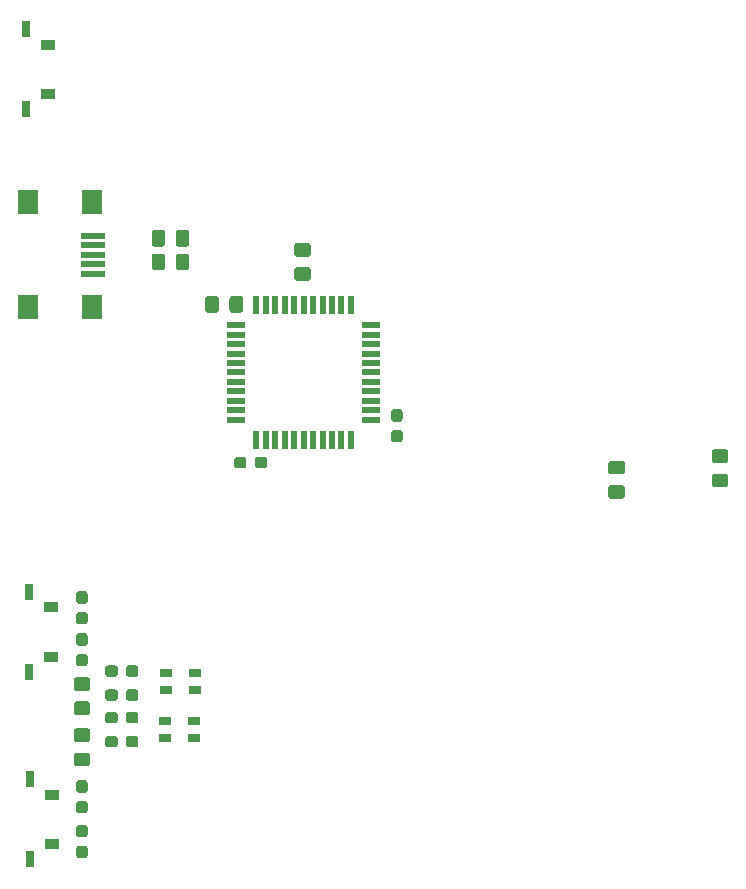
<source format=gbr>
G04 #@! TF.GenerationSoftware,KiCad,Pcbnew,5.1.5+dfsg1-2build2*
G04 #@! TF.CreationDate,2021-06-30T22:55:55+02:00*
G04 #@! TF.ProjectId,solar_mppt1,736f6c61-725f-46d7-9070-74312e6b6963,rev?*
G04 #@! TF.SameCoordinates,Original*
G04 #@! TF.FileFunction,Paste,Top*
G04 #@! TF.FilePolarity,Positive*
%FSLAX46Y46*%
G04 Gerber Fmt 4.6, Leading zero omitted, Abs format (unit mm)*
G04 Created by KiCad (PCBNEW 5.1.5+dfsg1-2build2) date 2021-06-30 22:55:55*
%MOMM*%
%LPD*%
G04 APERTURE LIST*
%ADD10R,0.787400X1.447800*%
%ADD11R,1.270000X0.889000*%
%ADD12R,1.000000X0.800000*%
%ADD13R,1.500000X0.550000*%
%ADD14R,0.550000X1.500000*%
%ADD15C,0.100000*%
%ADD16R,1.700000X2.000000*%
%ADD17R,2.000000X0.500000*%
G04 APERTURE END LIST*
D10*
X4004700Y9121800D03*
X4004700Y15878200D03*
D11*
X5897000Y10404500D03*
X5897000Y14595500D03*
D10*
X4228700Y-38500700D03*
X4228700Y-31744300D03*
D11*
X6121000Y-37218000D03*
X6121000Y-33027000D03*
D10*
X4304700Y-54378200D03*
X4304700Y-47621800D03*
D11*
X6197000Y-53095500D03*
X6197000Y-48904500D03*
D12*
X15809000Y-40033000D03*
X18309000Y-40033000D03*
X18309000Y-38633000D03*
X15809000Y-38633000D03*
X15750000Y-44096000D03*
X18250000Y-44096000D03*
X18250000Y-42696000D03*
X15750000Y-42696000D03*
D13*
X33208000Y-9160000D03*
X33208000Y-9960000D03*
X33208000Y-10760000D03*
X33208000Y-11560000D03*
X33208000Y-12360000D03*
X33208000Y-13160000D03*
X33208000Y-13960000D03*
X33208000Y-14760000D03*
X33208000Y-15560000D03*
X33208000Y-16360000D03*
X33208000Y-17160000D03*
D14*
X31508000Y-18860000D03*
X30708000Y-18860000D03*
X29908000Y-18860000D03*
X29108000Y-18860000D03*
X28308000Y-18860000D03*
X27508000Y-18860000D03*
X26708000Y-18860000D03*
X25908000Y-18860000D03*
X25108000Y-18860000D03*
X24308000Y-18860000D03*
X23508000Y-18860000D03*
D13*
X21808000Y-17160000D03*
X21808000Y-16360000D03*
X21808000Y-15560000D03*
X21808000Y-14760000D03*
X21808000Y-13960000D03*
X21808000Y-13160000D03*
X21808000Y-12360000D03*
X21808000Y-11560000D03*
X21808000Y-10760000D03*
X21808000Y-9960000D03*
X21808000Y-9160000D03*
D14*
X23508000Y-7460000D03*
X24308000Y-7460000D03*
X25108000Y-7460000D03*
X25908000Y-7460000D03*
X26708000Y-7460000D03*
X27508000Y-7460000D03*
X28308000Y-7460000D03*
X29108000Y-7460000D03*
X29908000Y-7460000D03*
X30708000Y-7460000D03*
X31508000Y-7460000D03*
D15*
G36*
X15549505Y-1101204D02*
G01*
X15573773Y-1104804D01*
X15597572Y-1110765D01*
X15620671Y-1119030D01*
X15642850Y-1129520D01*
X15663893Y-1142132D01*
X15683599Y-1156747D01*
X15701777Y-1173223D01*
X15718253Y-1191401D01*
X15732868Y-1211107D01*
X15745480Y-1232150D01*
X15755970Y-1254329D01*
X15764235Y-1277428D01*
X15770196Y-1301227D01*
X15773796Y-1325495D01*
X15775000Y-1349999D01*
X15775000Y-2250001D01*
X15773796Y-2274505D01*
X15770196Y-2298773D01*
X15764235Y-2322572D01*
X15755970Y-2345671D01*
X15745480Y-2367850D01*
X15732868Y-2388893D01*
X15718253Y-2408599D01*
X15701777Y-2426777D01*
X15683599Y-2443253D01*
X15663893Y-2457868D01*
X15642850Y-2470480D01*
X15620671Y-2480970D01*
X15597572Y-2489235D01*
X15573773Y-2495196D01*
X15549505Y-2498796D01*
X15525001Y-2500000D01*
X14874999Y-2500000D01*
X14850495Y-2498796D01*
X14826227Y-2495196D01*
X14802428Y-2489235D01*
X14779329Y-2480970D01*
X14757150Y-2470480D01*
X14736107Y-2457868D01*
X14716401Y-2443253D01*
X14698223Y-2426777D01*
X14681747Y-2408599D01*
X14667132Y-2388893D01*
X14654520Y-2367850D01*
X14644030Y-2345671D01*
X14635765Y-2322572D01*
X14629804Y-2298773D01*
X14626204Y-2274505D01*
X14625000Y-2250001D01*
X14625000Y-1349999D01*
X14626204Y-1325495D01*
X14629804Y-1301227D01*
X14635765Y-1277428D01*
X14644030Y-1254329D01*
X14654520Y-1232150D01*
X14667132Y-1211107D01*
X14681747Y-1191401D01*
X14698223Y-1173223D01*
X14716401Y-1156747D01*
X14736107Y-1142132D01*
X14757150Y-1129520D01*
X14779329Y-1119030D01*
X14802428Y-1110765D01*
X14826227Y-1104804D01*
X14850495Y-1101204D01*
X14874999Y-1100000D01*
X15525001Y-1100000D01*
X15549505Y-1101204D01*
G37*
G36*
X17599505Y-1101204D02*
G01*
X17623773Y-1104804D01*
X17647572Y-1110765D01*
X17670671Y-1119030D01*
X17692850Y-1129520D01*
X17713893Y-1142132D01*
X17733599Y-1156747D01*
X17751777Y-1173223D01*
X17768253Y-1191401D01*
X17782868Y-1211107D01*
X17795480Y-1232150D01*
X17805970Y-1254329D01*
X17814235Y-1277428D01*
X17820196Y-1301227D01*
X17823796Y-1325495D01*
X17825000Y-1349999D01*
X17825000Y-2250001D01*
X17823796Y-2274505D01*
X17820196Y-2298773D01*
X17814235Y-2322572D01*
X17805970Y-2345671D01*
X17795480Y-2367850D01*
X17782868Y-2388893D01*
X17768253Y-2408599D01*
X17751777Y-2426777D01*
X17733599Y-2443253D01*
X17713893Y-2457868D01*
X17692850Y-2470480D01*
X17670671Y-2480970D01*
X17647572Y-2489235D01*
X17623773Y-2495196D01*
X17599505Y-2498796D01*
X17575001Y-2500000D01*
X16924999Y-2500000D01*
X16900495Y-2498796D01*
X16876227Y-2495196D01*
X16852428Y-2489235D01*
X16829329Y-2480970D01*
X16807150Y-2470480D01*
X16786107Y-2457868D01*
X16766401Y-2443253D01*
X16748223Y-2426777D01*
X16731747Y-2408599D01*
X16717132Y-2388893D01*
X16704520Y-2367850D01*
X16694030Y-2345671D01*
X16685765Y-2322572D01*
X16679804Y-2298773D01*
X16676204Y-2274505D01*
X16675000Y-2250001D01*
X16675000Y-1349999D01*
X16676204Y-1325495D01*
X16679804Y-1301227D01*
X16685765Y-1277428D01*
X16694030Y-1254329D01*
X16704520Y-1232150D01*
X16717132Y-1211107D01*
X16731747Y-1191401D01*
X16748223Y-1173223D01*
X16766401Y-1156747D01*
X16786107Y-1142132D01*
X16807150Y-1129520D01*
X16829329Y-1119030D01*
X16852428Y-1110765D01*
X16876227Y-1104804D01*
X16900495Y-1101204D01*
X16924999Y-1100000D01*
X17575001Y-1100000D01*
X17599505Y-1101204D01*
G37*
G36*
X15549505Y-3101204D02*
G01*
X15573773Y-3104804D01*
X15597572Y-3110765D01*
X15620671Y-3119030D01*
X15642850Y-3129520D01*
X15663893Y-3142132D01*
X15683599Y-3156747D01*
X15701777Y-3173223D01*
X15718253Y-3191401D01*
X15732868Y-3211107D01*
X15745480Y-3232150D01*
X15755970Y-3254329D01*
X15764235Y-3277428D01*
X15770196Y-3301227D01*
X15773796Y-3325495D01*
X15775000Y-3349999D01*
X15775000Y-4250001D01*
X15773796Y-4274505D01*
X15770196Y-4298773D01*
X15764235Y-4322572D01*
X15755970Y-4345671D01*
X15745480Y-4367850D01*
X15732868Y-4388893D01*
X15718253Y-4408599D01*
X15701777Y-4426777D01*
X15683599Y-4443253D01*
X15663893Y-4457868D01*
X15642850Y-4470480D01*
X15620671Y-4480970D01*
X15597572Y-4489235D01*
X15573773Y-4495196D01*
X15549505Y-4498796D01*
X15525001Y-4500000D01*
X14874999Y-4500000D01*
X14850495Y-4498796D01*
X14826227Y-4495196D01*
X14802428Y-4489235D01*
X14779329Y-4480970D01*
X14757150Y-4470480D01*
X14736107Y-4457868D01*
X14716401Y-4443253D01*
X14698223Y-4426777D01*
X14681747Y-4408599D01*
X14667132Y-4388893D01*
X14654520Y-4367850D01*
X14644030Y-4345671D01*
X14635765Y-4322572D01*
X14629804Y-4298773D01*
X14626204Y-4274505D01*
X14625000Y-4250001D01*
X14625000Y-3349999D01*
X14626204Y-3325495D01*
X14629804Y-3301227D01*
X14635765Y-3277428D01*
X14644030Y-3254329D01*
X14654520Y-3232150D01*
X14667132Y-3211107D01*
X14681747Y-3191401D01*
X14698223Y-3173223D01*
X14716401Y-3156747D01*
X14736107Y-3142132D01*
X14757150Y-3129520D01*
X14779329Y-3119030D01*
X14802428Y-3110765D01*
X14826227Y-3104804D01*
X14850495Y-3101204D01*
X14874999Y-3100000D01*
X15525001Y-3100000D01*
X15549505Y-3101204D01*
G37*
G36*
X17599505Y-3101204D02*
G01*
X17623773Y-3104804D01*
X17647572Y-3110765D01*
X17670671Y-3119030D01*
X17692850Y-3129520D01*
X17713893Y-3142132D01*
X17733599Y-3156747D01*
X17751777Y-3173223D01*
X17768253Y-3191401D01*
X17782868Y-3211107D01*
X17795480Y-3232150D01*
X17805970Y-3254329D01*
X17814235Y-3277428D01*
X17820196Y-3301227D01*
X17823796Y-3325495D01*
X17825000Y-3349999D01*
X17825000Y-4250001D01*
X17823796Y-4274505D01*
X17820196Y-4298773D01*
X17814235Y-4322572D01*
X17805970Y-4345671D01*
X17795480Y-4367850D01*
X17782868Y-4388893D01*
X17768253Y-4408599D01*
X17751777Y-4426777D01*
X17733599Y-4443253D01*
X17713893Y-4457868D01*
X17692850Y-4470480D01*
X17670671Y-4480970D01*
X17647572Y-4489235D01*
X17623773Y-4495196D01*
X17599505Y-4498796D01*
X17575001Y-4500000D01*
X16924999Y-4500000D01*
X16900495Y-4498796D01*
X16876227Y-4495196D01*
X16852428Y-4489235D01*
X16829329Y-4480970D01*
X16807150Y-4470480D01*
X16786107Y-4457868D01*
X16766401Y-4443253D01*
X16748223Y-4426777D01*
X16731747Y-4408599D01*
X16717132Y-4388893D01*
X16704520Y-4367850D01*
X16694030Y-4345671D01*
X16685765Y-4322572D01*
X16679804Y-4298773D01*
X16676204Y-4274505D01*
X16675000Y-4250001D01*
X16675000Y-3349999D01*
X16676204Y-3325495D01*
X16679804Y-3301227D01*
X16685765Y-3277428D01*
X16694030Y-3254329D01*
X16704520Y-3232150D01*
X16717132Y-3211107D01*
X16731747Y-3191401D01*
X16748223Y-3173223D01*
X16766401Y-3156747D01*
X16786107Y-3142132D01*
X16807150Y-3129520D01*
X16829329Y-3119030D01*
X16852428Y-3110765D01*
X16876227Y-3104804D01*
X16900495Y-3101204D01*
X16924999Y-3100000D01*
X17575001Y-3100000D01*
X17599505Y-3101204D01*
G37*
D16*
X4150000Y-7650000D03*
X9600000Y-7650000D03*
X4150000Y1250000D03*
X9600000Y1250000D03*
D17*
X9700000Y-4800000D03*
X9700000Y-4000000D03*
X9700000Y-3200000D03*
X9700000Y-2400000D03*
X9700000Y-1600000D03*
D15*
G36*
X27874505Y-2201204D02*
G01*
X27898773Y-2204804D01*
X27922572Y-2210765D01*
X27945671Y-2219030D01*
X27967850Y-2229520D01*
X27988893Y-2242132D01*
X28008599Y-2256747D01*
X28026777Y-2273223D01*
X28043253Y-2291401D01*
X28057868Y-2311107D01*
X28070480Y-2332150D01*
X28080970Y-2354329D01*
X28089235Y-2377428D01*
X28095196Y-2401227D01*
X28098796Y-2425495D01*
X28100000Y-2449999D01*
X28100000Y-3100001D01*
X28098796Y-3124505D01*
X28095196Y-3148773D01*
X28089235Y-3172572D01*
X28080970Y-3195671D01*
X28070480Y-3217850D01*
X28057868Y-3238893D01*
X28043253Y-3258599D01*
X28026777Y-3276777D01*
X28008599Y-3293253D01*
X27988893Y-3307868D01*
X27967850Y-3320480D01*
X27945671Y-3330970D01*
X27922572Y-3339235D01*
X27898773Y-3345196D01*
X27874505Y-3348796D01*
X27850001Y-3350000D01*
X26949999Y-3350000D01*
X26925495Y-3348796D01*
X26901227Y-3345196D01*
X26877428Y-3339235D01*
X26854329Y-3330970D01*
X26832150Y-3320480D01*
X26811107Y-3307868D01*
X26791401Y-3293253D01*
X26773223Y-3276777D01*
X26756747Y-3258599D01*
X26742132Y-3238893D01*
X26729520Y-3217850D01*
X26719030Y-3195671D01*
X26710765Y-3172572D01*
X26704804Y-3148773D01*
X26701204Y-3124505D01*
X26700000Y-3100001D01*
X26700000Y-2449999D01*
X26701204Y-2425495D01*
X26704804Y-2401227D01*
X26710765Y-2377428D01*
X26719030Y-2354329D01*
X26729520Y-2332150D01*
X26742132Y-2311107D01*
X26756747Y-2291401D01*
X26773223Y-2273223D01*
X26791401Y-2256747D01*
X26811107Y-2242132D01*
X26832150Y-2229520D01*
X26854329Y-2219030D01*
X26877428Y-2210765D01*
X26901227Y-2204804D01*
X26925495Y-2201204D01*
X26949999Y-2200000D01*
X27850001Y-2200000D01*
X27874505Y-2201204D01*
G37*
G36*
X27874505Y-4251204D02*
G01*
X27898773Y-4254804D01*
X27922572Y-4260765D01*
X27945671Y-4269030D01*
X27967850Y-4279520D01*
X27988893Y-4292132D01*
X28008599Y-4306747D01*
X28026777Y-4323223D01*
X28043253Y-4341401D01*
X28057868Y-4361107D01*
X28070480Y-4382150D01*
X28080970Y-4404329D01*
X28089235Y-4427428D01*
X28095196Y-4451227D01*
X28098796Y-4475495D01*
X28100000Y-4499999D01*
X28100000Y-5150001D01*
X28098796Y-5174505D01*
X28095196Y-5198773D01*
X28089235Y-5222572D01*
X28080970Y-5245671D01*
X28070480Y-5267850D01*
X28057868Y-5288893D01*
X28043253Y-5308599D01*
X28026777Y-5326777D01*
X28008599Y-5343253D01*
X27988893Y-5357868D01*
X27967850Y-5370480D01*
X27945671Y-5380970D01*
X27922572Y-5389235D01*
X27898773Y-5395196D01*
X27874505Y-5398796D01*
X27850001Y-5400000D01*
X26949999Y-5400000D01*
X26925495Y-5398796D01*
X26901227Y-5395196D01*
X26877428Y-5389235D01*
X26854329Y-5380970D01*
X26832150Y-5370480D01*
X26811107Y-5357868D01*
X26791401Y-5343253D01*
X26773223Y-5326777D01*
X26756747Y-5308599D01*
X26742132Y-5288893D01*
X26729520Y-5267850D01*
X26719030Y-5245671D01*
X26710765Y-5222572D01*
X26704804Y-5198773D01*
X26701204Y-5174505D01*
X26700000Y-5150001D01*
X26700000Y-4499999D01*
X26701204Y-4475495D01*
X26704804Y-4451227D01*
X26710765Y-4427428D01*
X26719030Y-4404329D01*
X26729520Y-4382150D01*
X26742132Y-4361107D01*
X26756747Y-4341401D01*
X26773223Y-4323223D01*
X26791401Y-4306747D01*
X26811107Y-4292132D01*
X26832150Y-4279520D01*
X26854329Y-4269030D01*
X26877428Y-4260765D01*
X26901227Y-4254804D01*
X26925495Y-4251204D01*
X26949999Y-4250000D01*
X27850001Y-4250000D01*
X27874505Y-4251204D01*
G37*
G36*
X35660779Y-16276144D02*
G01*
X35683834Y-16279563D01*
X35706443Y-16285227D01*
X35728387Y-16293079D01*
X35749457Y-16303044D01*
X35769448Y-16315026D01*
X35788168Y-16328910D01*
X35805438Y-16344562D01*
X35821090Y-16361832D01*
X35834974Y-16380552D01*
X35846956Y-16400543D01*
X35856921Y-16421613D01*
X35864773Y-16443557D01*
X35870437Y-16466166D01*
X35873856Y-16489221D01*
X35875000Y-16512500D01*
X35875000Y-17087500D01*
X35873856Y-17110779D01*
X35870437Y-17133834D01*
X35864773Y-17156443D01*
X35856921Y-17178387D01*
X35846956Y-17199457D01*
X35834974Y-17219448D01*
X35821090Y-17238168D01*
X35805438Y-17255438D01*
X35788168Y-17271090D01*
X35769448Y-17284974D01*
X35749457Y-17296956D01*
X35728387Y-17306921D01*
X35706443Y-17314773D01*
X35683834Y-17320437D01*
X35660779Y-17323856D01*
X35637500Y-17325000D01*
X35162500Y-17325000D01*
X35139221Y-17323856D01*
X35116166Y-17320437D01*
X35093557Y-17314773D01*
X35071613Y-17306921D01*
X35050543Y-17296956D01*
X35030552Y-17284974D01*
X35011832Y-17271090D01*
X34994562Y-17255438D01*
X34978910Y-17238168D01*
X34965026Y-17219448D01*
X34953044Y-17199457D01*
X34943079Y-17178387D01*
X34935227Y-17156443D01*
X34929563Y-17133834D01*
X34926144Y-17110779D01*
X34925000Y-17087500D01*
X34925000Y-16512500D01*
X34926144Y-16489221D01*
X34929563Y-16466166D01*
X34935227Y-16443557D01*
X34943079Y-16421613D01*
X34953044Y-16400543D01*
X34965026Y-16380552D01*
X34978910Y-16361832D01*
X34994562Y-16344562D01*
X35011832Y-16328910D01*
X35030552Y-16315026D01*
X35050543Y-16303044D01*
X35071613Y-16293079D01*
X35093557Y-16285227D01*
X35116166Y-16279563D01*
X35139221Y-16276144D01*
X35162500Y-16275000D01*
X35637500Y-16275000D01*
X35660779Y-16276144D01*
G37*
G36*
X35660779Y-18026144D02*
G01*
X35683834Y-18029563D01*
X35706443Y-18035227D01*
X35728387Y-18043079D01*
X35749457Y-18053044D01*
X35769448Y-18065026D01*
X35788168Y-18078910D01*
X35805438Y-18094562D01*
X35821090Y-18111832D01*
X35834974Y-18130552D01*
X35846956Y-18150543D01*
X35856921Y-18171613D01*
X35864773Y-18193557D01*
X35870437Y-18216166D01*
X35873856Y-18239221D01*
X35875000Y-18262500D01*
X35875000Y-18837500D01*
X35873856Y-18860779D01*
X35870437Y-18883834D01*
X35864773Y-18906443D01*
X35856921Y-18928387D01*
X35846956Y-18949457D01*
X35834974Y-18969448D01*
X35821090Y-18988168D01*
X35805438Y-19005438D01*
X35788168Y-19021090D01*
X35769448Y-19034974D01*
X35749457Y-19046956D01*
X35728387Y-19056921D01*
X35706443Y-19064773D01*
X35683834Y-19070437D01*
X35660779Y-19073856D01*
X35637500Y-19075000D01*
X35162500Y-19075000D01*
X35139221Y-19073856D01*
X35116166Y-19070437D01*
X35093557Y-19064773D01*
X35071613Y-19056921D01*
X35050543Y-19046956D01*
X35030552Y-19034974D01*
X35011832Y-19021090D01*
X34994562Y-19005438D01*
X34978910Y-18988168D01*
X34965026Y-18969448D01*
X34953044Y-18949457D01*
X34943079Y-18928387D01*
X34935227Y-18906443D01*
X34929563Y-18883834D01*
X34926144Y-18860779D01*
X34925000Y-18837500D01*
X34925000Y-18262500D01*
X34926144Y-18239221D01*
X34929563Y-18216166D01*
X34935227Y-18193557D01*
X34943079Y-18171613D01*
X34953044Y-18150543D01*
X34965026Y-18130552D01*
X34978910Y-18111832D01*
X34994562Y-18094562D01*
X35011832Y-18078910D01*
X35030552Y-18065026D01*
X35050543Y-18053044D01*
X35071613Y-18043079D01*
X35093557Y-18035227D01*
X35116166Y-18029563D01*
X35139221Y-18026144D01*
X35162500Y-18025000D01*
X35637500Y-18025000D01*
X35660779Y-18026144D01*
G37*
G36*
X22448779Y-20326144D02*
G01*
X22471834Y-20329563D01*
X22494443Y-20335227D01*
X22516387Y-20343079D01*
X22537457Y-20353044D01*
X22557448Y-20365026D01*
X22576168Y-20378910D01*
X22593438Y-20394562D01*
X22609090Y-20411832D01*
X22622974Y-20430552D01*
X22634956Y-20450543D01*
X22644921Y-20471613D01*
X22652773Y-20493557D01*
X22658437Y-20516166D01*
X22661856Y-20539221D01*
X22663000Y-20562500D01*
X22663000Y-21037500D01*
X22661856Y-21060779D01*
X22658437Y-21083834D01*
X22652773Y-21106443D01*
X22644921Y-21128387D01*
X22634956Y-21149457D01*
X22622974Y-21169448D01*
X22609090Y-21188168D01*
X22593438Y-21205438D01*
X22576168Y-21221090D01*
X22557448Y-21234974D01*
X22537457Y-21246956D01*
X22516387Y-21256921D01*
X22494443Y-21264773D01*
X22471834Y-21270437D01*
X22448779Y-21273856D01*
X22425500Y-21275000D01*
X21850500Y-21275000D01*
X21827221Y-21273856D01*
X21804166Y-21270437D01*
X21781557Y-21264773D01*
X21759613Y-21256921D01*
X21738543Y-21246956D01*
X21718552Y-21234974D01*
X21699832Y-21221090D01*
X21682562Y-21205438D01*
X21666910Y-21188168D01*
X21653026Y-21169448D01*
X21641044Y-21149457D01*
X21631079Y-21128387D01*
X21623227Y-21106443D01*
X21617563Y-21083834D01*
X21614144Y-21060779D01*
X21613000Y-21037500D01*
X21613000Y-20562500D01*
X21614144Y-20539221D01*
X21617563Y-20516166D01*
X21623227Y-20493557D01*
X21631079Y-20471613D01*
X21641044Y-20450543D01*
X21653026Y-20430552D01*
X21666910Y-20411832D01*
X21682562Y-20394562D01*
X21699832Y-20378910D01*
X21718552Y-20365026D01*
X21738543Y-20353044D01*
X21759613Y-20343079D01*
X21781557Y-20335227D01*
X21804166Y-20329563D01*
X21827221Y-20326144D01*
X21850500Y-20325000D01*
X22425500Y-20325000D01*
X22448779Y-20326144D01*
G37*
G36*
X24198779Y-20326144D02*
G01*
X24221834Y-20329563D01*
X24244443Y-20335227D01*
X24266387Y-20343079D01*
X24287457Y-20353044D01*
X24307448Y-20365026D01*
X24326168Y-20378910D01*
X24343438Y-20394562D01*
X24359090Y-20411832D01*
X24372974Y-20430552D01*
X24384956Y-20450543D01*
X24394921Y-20471613D01*
X24402773Y-20493557D01*
X24408437Y-20516166D01*
X24411856Y-20539221D01*
X24413000Y-20562500D01*
X24413000Y-21037500D01*
X24411856Y-21060779D01*
X24408437Y-21083834D01*
X24402773Y-21106443D01*
X24394921Y-21128387D01*
X24384956Y-21149457D01*
X24372974Y-21169448D01*
X24359090Y-21188168D01*
X24343438Y-21205438D01*
X24326168Y-21221090D01*
X24307448Y-21234974D01*
X24287457Y-21246956D01*
X24266387Y-21256921D01*
X24244443Y-21264773D01*
X24221834Y-21270437D01*
X24198779Y-21273856D01*
X24175500Y-21275000D01*
X23600500Y-21275000D01*
X23577221Y-21273856D01*
X23554166Y-21270437D01*
X23531557Y-21264773D01*
X23509613Y-21256921D01*
X23488543Y-21246956D01*
X23468552Y-21234974D01*
X23449832Y-21221090D01*
X23432562Y-21205438D01*
X23416910Y-21188168D01*
X23403026Y-21169448D01*
X23391044Y-21149457D01*
X23381079Y-21128387D01*
X23373227Y-21106443D01*
X23367563Y-21083834D01*
X23364144Y-21060779D01*
X23363000Y-21037500D01*
X23363000Y-20562500D01*
X23364144Y-20539221D01*
X23367563Y-20516166D01*
X23373227Y-20493557D01*
X23381079Y-20471613D01*
X23391044Y-20450543D01*
X23403026Y-20430552D01*
X23416910Y-20411832D01*
X23432562Y-20394562D01*
X23449832Y-20378910D01*
X23468552Y-20365026D01*
X23488543Y-20353044D01*
X23509613Y-20343079D01*
X23531557Y-20335227D01*
X23554166Y-20329563D01*
X23577221Y-20326144D01*
X23600500Y-20325000D01*
X24175500Y-20325000D01*
X24198779Y-20326144D01*
G37*
G36*
X8994779Y-49448144D02*
G01*
X9017834Y-49451563D01*
X9040443Y-49457227D01*
X9062387Y-49465079D01*
X9083457Y-49475044D01*
X9103448Y-49487026D01*
X9122168Y-49500910D01*
X9139438Y-49516562D01*
X9155090Y-49533832D01*
X9168974Y-49552552D01*
X9180956Y-49572543D01*
X9190921Y-49593613D01*
X9198773Y-49615557D01*
X9204437Y-49638166D01*
X9207856Y-49661221D01*
X9209000Y-49684500D01*
X9209000Y-50259500D01*
X9207856Y-50282779D01*
X9204437Y-50305834D01*
X9198773Y-50328443D01*
X9190921Y-50350387D01*
X9180956Y-50371457D01*
X9168974Y-50391448D01*
X9155090Y-50410168D01*
X9139438Y-50427438D01*
X9122168Y-50443090D01*
X9103448Y-50456974D01*
X9083457Y-50468956D01*
X9062387Y-50478921D01*
X9040443Y-50486773D01*
X9017834Y-50492437D01*
X8994779Y-50495856D01*
X8971500Y-50497000D01*
X8496500Y-50497000D01*
X8473221Y-50495856D01*
X8450166Y-50492437D01*
X8427557Y-50486773D01*
X8405613Y-50478921D01*
X8384543Y-50468956D01*
X8364552Y-50456974D01*
X8345832Y-50443090D01*
X8328562Y-50427438D01*
X8312910Y-50410168D01*
X8299026Y-50391448D01*
X8287044Y-50371457D01*
X8277079Y-50350387D01*
X8269227Y-50328443D01*
X8263563Y-50305834D01*
X8260144Y-50282779D01*
X8259000Y-50259500D01*
X8259000Y-49684500D01*
X8260144Y-49661221D01*
X8263563Y-49638166D01*
X8269227Y-49615557D01*
X8277079Y-49593613D01*
X8287044Y-49572543D01*
X8299026Y-49552552D01*
X8312910Y-49533832D01*
X8328562Y-49516562D01*
X8345832Y-49500910D01*
X8364552Y-49487026D01*
X8384543Y-49475044D01*
X8405613Y-49465079D01*
X8427557Y-49457227D01*
X8450166Y-49451563D01*
X8473221Y-49448144D01*
X8496500Y-49447000D01*
X8971500Y-49447000D01*
X8994779Y-49448144D01*
G37*
G36*
X8994779Y-47698144D02*
G01*
X9017834Y-47701563D01*
X9040443Y-47707227D01*
X9062387Y-47715079D01*
X9083457Y-47725044D01*
X9103448Y-47737026D01*
X9122168Y-47750910D01*
X9139438Y-47766562D01*
X9155090Y-47783832D01*
X9168974Y-47802552D01*
X9180956Y-47822543D01*
X9190921Y-47843613D01*
X9198773Y-47865557D01*
X9204437Y-47888166D01*
X9207856Y-47911221D01*
X9209000Y-47934500D01*
X9209000Y-48509500D01*
X9207856Y-48532779D01*
X9204437Y-48555834D01*
X9198773Y-48578443D01*
X9190921Y-48600387D01*
X9180956Y-48621457D01*
X9168974Y-48641448D01*
X9155090Y-48660168D01*
X9139438Y-48677438D01*
X9122168Y-48693090D01*
X9103448Y-48706974D01*
X9083457Y-48718956D01*
X9062387Y-48728921D01*
X9040443Y-48736773D01*
X9017834Y-48742437D01*
X8994779Y-48745856D01*
X8971500Y-48747000D01*
X8496500Y-48747000D01*
X8473221Y-48745856D01*
X8450166Y-48742437D01*
X8427557Y-48736773D01*
X8405613Y-48728921D01*
X8384543Y-48718956D01*
X8364552Y-48706974D01*
X8345832Y-48693090D01*
X8328562Y-48677438D01*
X8312910Y-48660168D01*
X8299026Y-48641448D01*
X8287044Y-48621457D01*
X8277079Y-48600387D01*
X8269227Y-48578443D01*
X8263563Y-48555834D01*
X8260144Y-48532779D01*
X8259000Y-48509500D01*
X8259000Y-47934500D01*
X8260144Y-47911221D01*
X8263563Y-47888166D01*
X8269227Y-47865557D01*
X8277079Y-47843613D01*
X8287044Y-47822543D01*
X8299026Y-47802552D01*
X8312910Y-47783832D01*
X8328562Y-47766562D01*
X8345832Y-47750910D01*
X8364552Y-47737026D01*
X8384543Y-47725044D01*
X8405613Y-47715079D01*
X8427557Y-47707227D01*
X8450166Y-47701563D01*
X8473221Y-47698144D01*
X8496500Y-47697000D01*
X8971500Y-47697000D01*
X8994779Y-47698144D01*
G37*
G36*
X8994779Y-35252144D02*
G01*
X9017834Y-35255563D01*
X9040443Y-35261227D01*
X9062387Y-35269079D01*
X9083457Y-35279044D01*
X9103448Y-35291026D01*
X9122168Y-35304910D01*
X9139438Y-35320562D01*
X9155090Y-35337832D01*
X9168974Y-35356552D01*
X9180956Y-35376543D01*
X9190921Y-35397613D01*
X9198773Y-35419557D01*
X9204437Y-35442166D01*
X9207856Y-35465221D01*
X9209000Y-35488500D01*
X9209000Y-36063500D01*
X9207856Y-36086779D01*
X9204437Y-36109834D01*
X9198773Y-36132443D01*
X9190921Y-36154387D01*
X9180956Y-36175457D01*
X9168974Y-36195448D01*
X9155090Y-36214168D01*
X9139438Y-36231438D01*
X9122168Y-36247090D01*
X9103448Y-36260974D01*
X9083457Y-36272956D01*
X9062387Y-36282921D01*
X9040443Y-36290773D01*
X9017834Y-36296437D01*
X8994779Y-36299856D01*
X8971500Y-36301000D01*
X8496500Y-36301000D01*
X8473221Y-36299856D01*
X8450166Y-36296437D01*
X8427557Y-36290773D01*
X8405613Y-36282921D01*
X8384543Y-36272956D01*
X8364552Y-36260974D01*
X8345832Y-36247090D01*
X8328562Y-36231438D01*
X8312910Y-36214168D01*
X8299026Y-36195448D01*
X8287044Y-36175457D01*
X8277079Y-36154387D01*
X8269227Y-36132443D01*
X8263563Y-36109834D01*
X8260144Y-36086779D01*
X8259000Y-36063500D01*
X8259000Y-35488500D01*
X8260144Y-35465221D01*
X8263563Y-35442166D01*
X8269227Y-35419557D01*
X8277079Y-35397613D01*
X8287044Y-35376543D01*
X8299026Y-35356552D01*
X8312910Y-35337832D01*
X8328562Y-35320562D01*
X8345832Y-35304910D01*
X8364552Y-35291026D01*
X8384543Y-35279044D01*
X8405613Y-35269079D01*
X8427557Y-35261227D01*
X8450166Y-35255563D01*
X8473221Y-35252144D01*
X8496500Y-35251000D01*
X8971500Y-35251000D01*
X8994779Y-35252144D01*
G37*
G36*
X8994779Y-37002144D02*
G01*
X9017834Y-37005563D01*
X9040443Y-37011227D01*
X9062387Y-37019079D01*
X9083457Y-37029044D01*
X9103448Y-37041026D01*
X9122168Y-37054910D01*
X9139438Y-37070562D01*
X9155090Y-37087832D01*
X9168974Y-37106552D01*
X9180956Y-37126543D01*
X9190921Y-37147613D01*
X9198773Y-37169557D01*
X9204437Y-37192166D01*
X9207856Y-37215221D01*
X9209000Y-37238500D01*
X9209000Y-37813500D01*
X9207856Y-37836779D01*
X9204437Y-37859834D01*
X9198773Y-37882443D01*
X9190921Y-37904387D01*
X9180956Y-37925457D01*
X9168974Y-37945448D01*
X9155090Y-37964168D01*
X9139438Y-37981438D01*
X9122168Y-37997090D01*
X9103448Y-38010974D01*
X9083457Y-38022956D01*
X9062387Y-38032921D01*
X9040443Y-38040773D01*
X9017834Y-38046437D01*
X8994779Y-38049856D01*
X8971500Y-38051000D01*
X8496500Y-38051000D01*
X8473221Y-38049856D01*
X8450166Y-38046437D01*
X8427557Y-38040773D01*
X8405613Y-38032921D01*
X8384543Y-38022956D01*
X8364552Y-38010974D01*
X8345832Y-37997090D01*
X8328562Y-37981438D01*
X8312910Y-37964168D01*
X8299026Y-37945448D01*
X8287044Y-37925457D01*
X8277079Y-37904387D01*
X8269227Y-37882443D01*
X8263563Y-37859834D01*
X8260144Y-37836779D01*
X8259000Y-37813500D01*
X8259000Y-37238500D01*
X8260144Y-37215221D01*
X8263563Y-37192166D01*
X8269227Y-37169557D01*
X8277079Y-37147613D01*
X8287044Y-37126543D01*
X8299026Y-37106552D01*
X8312910Y-37087832D01*
X8328562Y-37070562D01*
X8345832Y-37054910D01*
X8364552Y-37041026D01*
X8384543Y-37029044D01*
X8405613Y-37019079D01*
X8427557Y-37011227D01*
X8450166Y-37005563D01*
X8473221Y-37002144D01*
X8496500Y-37001000D01*
X8971500Y-37001000D01*
X8994779Y-37002144D01*
G37*
G36*
X11541779Y-37970144D02*
G01*
X11564834Y-37973563D01*
X11587443Y-37979227D01*
X11609387Y-37987079D01*
X11630457Y-37997044D01*
X11650448Y-38009026D01*
X11669168Y-38022910D01*
X11686438Y-38038562D01*
X11702090Y-38055832D01*
X11715974Y-38074552D01*
X11727956Y-38094543D01*
X11737921Y-38115613D01*
X11745773Y-38137557D01*
X11751437Y-38160166D01*
X11754856Y-38183221D01*
X11756000Y-38206500D01*
X11756000Y-38681500D01*
X11754856Y-38704779D01*
X11751437Y-38727834D01*
X11745773Y-38750443D01*
X11737921Y-38772387D01*
X11727956Y-38793457D01*
X11715974Y-38813448D01*
X11702090Y-38832168D01*
X11686438Y-38849438D01*
X11669168Y-38865090D01*
X11650448Y-38878974D01*
X11630457Y-38890956D01*
X11609387Y-38900921D01*
X11587443Y-38908773D01*
X11564834Y-38914437D01*
X11541779Y-38917856D01*
X11518500Y-38919000D01*
X10943500Y-38919000D01*
X10920221Y-38917856D01*
X10897166Y-38914437D01*
X10874557Y-38908773D01*
X10852613Y-38900921D01*
X10831543Y-38890956D01*
X10811552Y-38878974D01*
X10792832Y-38865090D01*
X10775562Y-38849438D01*
X10759910Y-38832168D01*
X10746026Y-38813448D01*
X10734044Y-38793457D01*
X10724079Y-38772387D01*
X10716227Y-38750443D01*
X10710563Y-38727834D01*
X10707144Y-38704779D01*
X10706000Y-38681500D01*
X10706000Y-38206500D01*
X10707144Y-38183221D01*
X10710563Y-38160166D01*
X10716227Y-38137557D01*
X10724079Y-38115613D01*
X10734044Y-38094543D01*
X10746026Y-38074552D01*
X10759910Y-38055832D01*
X10775562Y-38038562D01*
X10792832Y-38022910D01*
X10811552Y-38009026D01*
X10831543Y-37997044D01*
X10852613Y-37987079D01*
X10874557Y-37979227D01*
X10897166Y-37973563D01*
X10920221Y-37970144D01*
X10943500Y-37969000D01*
X11518500Y-37969000D01*
X11541779Y-37970144D01*
G37*
G36*
X13291779Y-37970144D02*
G01*
X13314834Y-37973563D01*
X13337443Y-37979227D01*
X13359387Y-37987079D01*
X13380457Y-37997044D01*
X13400448Y-38009026D01*
X13419168Y-38022910D01*
X13436438Y-38038562D01*
X13452090Y-38055832D01*
X13465974Y-38074552D01*
X13477956Y-38094543D01*
X13487921Y-38115613D01*
X13495773Y-38137557D01*
X13501437Y-38160166D01*
X13504856Y-38183221D01*
X13506000Y-38206500D01*
X13506000Y-38681500D01*
X13504856Y-38704779D01*
X13501437Y-38727834D01*
X13495773Y-38750443D01*
X13487921Y-38772387D01*
X13477956Y-38793457D01*
X13465974Y-38813448D01*
X13452090Y-38832168D01*
X13436438Y-38849438D01*
X13419168Y-38865090D01*
X13400448Y-38878974D01*
X13380457Y-38890956D01*
X13359387Y-38900921D01*
X13337443Y-38908773D01*
X13314834Y-38914437D01*
X13291779Y-38917856D01*
X13268500Y-38919000D01*
X12693500Y-38919000D01*
X12670221Y-38917856D01*
X12647166Y-38914437D01*
X12624557Y-38908773D01*
X12602613Y-38900921D01*
X12581543Y-38890956D01*
X12561552Y-38878974D01*
X12542832Y-38865090D01*
X12525562Y-38849438D01*
X12509910Y-38832168D01*
X12496026Y-38813448D01*
X12484044Y-38793457D01*
X12474079Y-38772387D01*
X12466227Y-38750443D01*
X12460563Y-38727834D01*
X12457144Y-38704779D01*
X12456000Y-38681500D01*
X12456000Y-38206500D01*
X12457144Y-38183221D01*
X12460563Y-38160166D01*
X12466227Y-38137557D01*
X12474079Y-38115613D01*
X12484044Y-38094543D01*
X12496026Y-38074552D01*
X12509910Y-38055832D01*
X12525562Y-38038562D01*
X12542832Y-38022910D01*
X12561552Y-38009026D01*
X12581543Y-37997044D01*
X12602613Y-37987079D01*
X12624557Y-37979227D01*
X12647166Y-37973563D01*
X12670221Y-37970144D01*
X12693500Y-37969000D01*
X13268500Y-37969000D01*
X13291779Y-37970144D01*
G37*
G36*
X11541779Y-40002144D02*
G01*
X11564834Y-40005563D01*
X11587443Y-40011227D01*
X11609387Y-40019079D01*
X11630457Y-40029044D01*
X11650448Y-40041026D01*
X11669168Y-40054910D01*
X11686438Y-40070562D01*
X11702090Y-40087832D01*
X11715974Y-40106552D01*
X11727956Y-40126543D01*
X11737921Y-40147613D01*
X11745773Y-40169557D01*
X11751437Y-40192166D01*
X11754856Y-40215221D01*
X11756000Y-40238500D01*
X11756000Y-40713500D01*
X11754856Y-40736779D01*
X11751437Y-40759834D01*
X11745773Y-40782443D01*
X11737921Y-40804387D01*
X11727956Y-40825457D01*
X11715974Y-40845448D01*
X11702090Y-40864168D01*
X11686438Y-40881438D01*
X11669168Y-40897090D01*
X11650448Y-40910974D01*
X11630457Y-40922956D01*
X11609387Y-40932921D01*
X11587443Y-40940773D01*
X11564834Y-40946437D01*
X11541779Y-40949856D01*
X11518500Y-40951000D01*
X10943500Y-40951000D01*
X10920221Y-40949856D01*
X10897166Y-40946437D01*
X10874557Y-40940773D01*
X10852613Y-40932921D01*
X10831543Y-40922956D01*
X10811552Y-40910974D01*
X10792832Y-40897090D01*
X10775562Y-40881438D01*
X10759910Y-40864168D01*
X10746026Y-40845448D01*
X10734044Y-40825457D01*
X10724079Y-40804387D01*
X10716227Y-40782443D01*
X10710563Y-40759834D01*
X10707144Y-40736779D01*
X10706000Y-40713500D01*
X10706000Y-40238500D01*
X10707144Y-40215221D01*
X10710563Y-40192166D01*
X10716227Y-40169557D01*
X10724079Y-40147613D01*
X10734044Y-40126543D01*
X10746026Y-40106552D01*
X10759910Y-40087832D01*
X10775562Y-40070562D01*
X10792832Y-40054910D01*
X10811552Y-40041026D01*
X10831543Y-40029044D01*
X10852613Y-40019079D01*
X10874557Y-40011227D01*
X10897166Y-40005563D01*
X10920221Y-40002144D01*
X10943500Y-40001000D01*
X11518500Y-40001000D01*
X11541779Y-40002144D01*
G37*
G36*
X13291779Y-40002144D02*
G01*
X13314834Y-40005563D01*
X13337443Y-40011227D01*
X13359387Y-40019079D01*
X13380457Y-40029044D01*
X13400448Y-40041026D01*
X13419168Y-40054910D01*
X13436438Y-40070562D01*
X13452090Y-40087832D01*
X13465974Y-40106552D01*
X13477956Y-40126543D01*
X13487921Y-40147613D01*
X13495773Y-40169557D01*
X13501437Y-40192166D01*
X13504856Y-40215221D01*
X13506000Y-40238500D01*
X13506000Y-40713500D01*
X13504856Y-40736779D01*
X13501437Y-40759834D01*
X13495773Y-40782443D01*
X13487921Y-40804387D01*
X13477956Y-40825457D01*
X13465974Y-40845448D01*
X13452090Y-40864168D01*
X13436438Y-40881438D01*
X13419168Y-40897090D01*
X13400448Y-40910974D01*
X13380457Y-40922956D01*
X13359387Y-40932921D01*
X13337443Y-40940773D01*
X13314834Y-40946437D01*
X13291779Y-40949856D01*
X13268500Y-40951000D01*
X12693500Y-40951000D01*
X12670221Y-40949856D01*
X12647166Y-40946437D01*
X12624557Y-40940773D01*
X12602613Y-40932921D01*
X12581543Y-40922956D01*
X12561552Y-40910974D01*
X12542832Y-40897090D01*
X12525562Y-40881438D01*
X12509910Y-40864168D01*
X12496026Y-40845448D01*
X12484044Y-40825457D01*
X12474079Y-40804387D01*
X12466227Y-40782443D01*
X12460563Y-40759834D01*
X12457144Y-40736779D01*
X12456000Y-40713500D01*
X12456000Y-40238500D01*
X12457144Y-40215221D01*
X12460563Y-40192166D01*
X12466227Y-40169557D01*
X12474079Y-40147613D01*
X12484044Y-40126543D01*
X12496026Y-40106552D01*
X12509910Y-40087832D01*
X12525562Y-40070562D01*
X12542832Y-40054910D01*
X12561552Y-40041026D01*
X12581543Y-40029044D01*
X12602613Y-40019079D01*
X12624557Y-40011227D01*
X12647166Y-40005563D01*
X12670221Y-40002144D01*
X12693500Y-40001000D01*
X13268500Y-40001000D01*
X13291779Y-40002144D01*
G37*
G36*
X11541779Y-41906144D02*
G01*
X11564834Y-41909563D01*
X11587443Y-41915227D01*
X11609387Y-41923079D01*
X11630457Y-41933044D01*
X11650448Y-41945026D01*
X11669168Y-41958910D01*
X11686438Y-41974562D01*
X11702090Y-41991832D01*
X11715974Y-42010552D01*
X11727956Y-42030543D01*
X11737921Y-42051613D01*
X11745773Y-42073557D01*
X11751437Y-42096166D01*
X11754856Y-42119221D01*
X11756000Y-42142500D01*
X11756000Y-42617500D01*
X11754856Y-42640779D01*
X11751437Y-42663834D01*
X11745773Y-42686443D01*
X11737921Y-42708387D01*
X11727956Y-42729457D01*
X11715974Y-42749448D01*
X11702090Y-42768168D01*
X11686438Y-42785438D01*
X11669168Y-42801090D01*
X11650448Y-42814974D01*
X11630457Y-42826956D01*
X11609387Y-42836921D01*
X11587443Y-42844773D01*
X11564834Y-42850437D01*
X11541779Y-42853856D01*
X11518500Y-42855000D01*
X10943500Y-42855000D01*
X10920221Y-42853856D01*
X10897166Y-42850437D01*
X10874557Y-42844773D01*
X10852613Y-42836921D01*
X10831543Y-42826956D01*
X10811552Y-42814974D01*
X10792832Y-42801090D01*
X10775562Y-42785438D01*
X10759910Y-42768168D01*
X10746026Y-42749448D01*
X10734044Y-42729457D01*
X10724079Y-42708387D01*
X10716227Y-42686443D01*
X10710563Y-42663834D01*
X10707144Y-42640779D01*
X10706000Y-42617500D01*
X10706000Y-42142500D01*
X10707144Y-42119221D01*
X10710563Y-42096166D01*
X10716227Y-42073557D01*
X10724079Y-42051613D01*
X10734044Y-42030543D01*
X10746026Y-42010552D01*
X10759910Y-41991832D01*
X10775562Y-41974562D01*
X10792832Y-41958910D01*
X10811552Y-41945026D01*
X10831543Y-41933044D01*
X10852613Y-41923079D01*
X10874557Y-41915227D01*
X10897166Y-41909563D01*
X10920221Y-41906144D01*
X10943500Y-41905000D01*
X11518500Y-41905000D01*
X11541779Y-41906144D01*
G37*
G36*
X13291779Y-41906144D02*
G01*
X13314834Y-41909563D01*
X13337443Y-41915227D01*
X13359387Y-41923079D01*
X13380457Y-41933044D01*
X13400448Y-41945026D01*
X13419168Y-41958910D01*
X13436438Y-41974562D01*
X13452090Y-41991832D01*
X13465974Y-42010552D01*
X13477956Y-42030543D01*
X13487921Y-42051613D01*
X13495773Y-42073557D01*
X13501437Y-42096166D01*
X13504856Y-42119221D01*
X13506000Y-42142500D01*
X13506000Y-42617500D01*
X13504856Y-42640779D01*
X13501437Y-42663834D01*
X13495773Y-42686443D01*
X13487921Y-42708387D01*
X13477956Y-42729457D01*
X13465974Y-42749448D01*
X13452090Y-42768168D01*
X13436438Y-42785438D01*
X13419168Y-42801090D01*
X13400448Y-42814974D01*
X13380457Y-42826956D01*
X13359387Y-42836921D01*
X13337443Y-42844773D01*
X13314834Y-42850437D01*
X13291779Y-42853856D01*
X13268500Y-42855000D01*
X12693500Y-42855000D01*
X12670221Y-42853856D01*
X12647166Y-42850437D01*
X12624557Y-42844773D01*
X12602613Y-42836921D01*
X12581543Y-42826956D01*
X12561552Y-42814974D01*
X12542832Y-42801090D01*
X12525562Y-42785438D01*
X12509910Y-42768168D01*
X12496026Y-42749448D01*
X12484044Y-42729457D01*
X12474079Y-42708387D01*
X12466227Y-42686443D01*
X12460563Y-42663834D01*
X12457144Y-42640779D01*
X12456000Y-42617500D01*
X12456000Y-42142500D01*
X12457144Y-42119221D01*
X12460563Y-42096166D01*
X12466227Y-42073557D01*
X12474079Y-42051613D01*
X12484044Y-42030543D01*
X12496026Y-42010552D01*
X12509910Y-41991832D01*
X12525562Y-41974562D01*
X12542832Y-41958910D01*
X12561552Y-41945026D01*
X12581543Y-41933044D01*
X12602613Y-41923079D01*
X12624557Y-41915227D01*
X12647166Y-41909563D01*
X12670221Y-41906144D01*
X12693500Y-41905000D01*
X13268500Y-41905000D01*
X13291779Y-41906144D01*
G37*
G36*
X11541779Y-43938144D02*
G01*
X11564834Y-43941563D01*
X11587443Y-43947227D01*
X11609387Y-43955079D01*
X11630457Y-43965044D01*
X11650448Y-43977026D01*
X11669168Y-43990910D01*
X11686438Y-44006562D01*
X11702090Y-44023832D01*
X11715974Y-44042552D01*
X11727956Y-44062543D01*
X11737921Y-44083613D01*
X11745773Y-44105557D01*
X11751437Y-44128166D01*
X11754856Y-44151221D01*
X11756000Y-44174500D01*
X11756000Y-44649500D01*
X11754856Y-44672779D01*
X11751437Y-44695834D01*
X11745773Y-44718443D01*
X11737921Y-44740387D01*
X11727956Y-44761457D01*
X11715974Y-44781448D01*
X11702090Y-44800168D01*
X11686438Y-44817438D01*
X11669168Y-44833090D01*
X11650448Y-44846974D01*
X11630457Y-44858956D01*
X11609387Y-44868921D01*
X11587443Y-44876773D01*
X11564834Y-44882437D01*
X11541779Y-44885856D01*
X11518500Y-44887000D01*
X10943500Y-44887000D01*
X10920221Y-44885856D01*
X10897166Y-44882437D01*
X10874557Y-44876773D01*
X10852613Y-44868921D01*
X10831543Y-44858956D01*
X10811552Y-44846974D01*
X10792832Y-44833090D01*
X10775562Y-44817438D01*
X10759910Y-44800168D01*
X10746026Y-44781448D01*
X10734044Y-44761457D01*
X10724079Y-44740387D01*
X10716227Y-44718443D01*
X10710563Y-44695834D01*
X10707144Y-44672779D01*
X10706000Y-44649500D01*
X10706000Y-44174500D01*
X10707144Y-44151221D01*
X10710563Y-44128166D01*
X10716227Y-44105557D01*
X10724079Y-44083613D01*
X10734044Y-44062543D01*
X10746026Y-44042552D01*
X10759910Y-44023832D01*
X10775562Y-44006562D01*
X10792832Y-43990910D01*
X10811552Y-43977026D01*
X10831543Y-43965044D01*
X10852613Y-43955079D01*
X10874557Y-43947227D01*
X10897166Y-43941563D01*
X10920221Y-43938144D01*
X10943500Y-43937000D01*
X11518500Y-43937000D01*
X11541779Y-43938144D01*
G37*
G36*
X13291779Y-43938144D02*
G01*
X13314834Y-43941563D01*
X13337443Y-43947227D01*
X13359387Y-43955079D01*
X13380457Y-43965044D01*
X13400448Y-43977026D01*
X13419168Y-43990910D01*
X13436438Y-44006562D01*
X13452090Y-44023832D01*
X13465974Y-44042552D01*
X13477956Y-44062543D01*
X13487921Y-44083613D01*
X13495773Y-44105557D01*
X13501437Y-44128166D01*
X13504856Y-44151221D01*
X13506000Y-44174500D01*
X13506000Y-44649500D01*
X13504856Y-44672779D01*
X13501437Y-44695834D01*
X13495773Y-44718443D01*
X13487921Y-44740387D01*
X13477956Y-44761457D01*
X13465974Y-44781448D01*
X13452090Y-44800168D01*
X13436438Y-44817438D01*
X13419168Y-44833090D01*
X13400448Y-44846974D01*
X13380457Y-44858956D01*
X13359387Y-44868921D01*
X13337443Y-44876773D01*
X13314834Y-44882437D01*
X13291779Y-44885856D01*
X13268500Y-44887000D01*
X12693500Y-44887000D01*
X12670221Y-44885856D01*
X12647166Y-44882437D01*
X12624557Y-44876773D01*
X12602613Y-44868921D01*
X12581543Y-44858956D01*
X12561552Y-44846974D01*
X12542832Y-44833090D01*
X12525562Y-44817438D01*
X12509910Y-44800168D01*
X12496026Y-44781448D01*
X12484044Y-44761457D01*
X12474079Y-44740387D01*
X12466227Y-44718443D01*
X12460563Y-44695834D01*
X12457144Y-44672779D01*
X12456000Y-44649500D01*
X12456000Y-44174500D01*
X12457144Y-44151221D01*
X12460563Y-44128166D01*
X12466227Y-44105557D01*
X12474079Y-44083613D01*
X12484044Y-44062543D01*
X12496026Y-44042552D01*
X12509910Y-44023832D01*
X12525562Y-44006562D01*
X12542832Y-43990910D01*
X12561552Y-43977026D01*
X12581543Y-43965044D01*
X12602613Y-43955079D01*
X12624557Y-43947227D01*
X12647166Y-43941563D01*
X12670221Y-43938144D01*
X12693500Y-43937000D01*
X13268500Y-43937000D01*
X13291779Y-43938144D01*
G37*
G36*
X8994779Y-31696144D02*
G01*
X9017834Y-31699563D01*
X9040443Y-31705227D01*
X9062387Y-31713079D01*
X9083457Y-31723044D01*
X9103448Y-31735026D01*
X9122168Y-31748910D01*
X9139438Y-31764562D01*
X9155090Y-31781832D01*
X9168974Y-31800552D01*
X9180956Y-31820543D01*
X9190921Y-31841613D01*
X9198773Y-31863557D01*
X9204437Y-31886166D01*
X9207856Y-31909221D01*
X9209000Y-31932500D01*
X9209000Y-32507500D01*
X9207856Y-32530779D01*
X9204437Y-32553834D01*
X9198773Y-32576443D01*
X9190921Y-32598387D01*
X9180956Y-32619457D01*
X9168974Y-32639448D01*
X9155090Y-32658168D01*
X9139438Y-32675438D01*
X9122168Y-32691090D01*
X9103448Y-32704974D01*
X9083457Y-32716956D01*
X9062387Y-32726921D01*
X9040443Y-32734773D01*
X9017834Y-32740437D01*
X8994779Y-32743856D01*
X8971500Y-32745000D01*
X8496500Y-32745000D01*
X8473221Y-32743856D01*
X8450166Y-32740437D01*
X8427557Y-32734773D01*
X8405613Y-32726921D01*
X8384543Y-32716956D01*
X8364552Y-32704974D01*
X8345832Y-32691090D01*
X8328562Y-32675438D01*
X8312910Y-32658168D01*
X8299026Y-32639448D01*
X8287044Y-32619457D01*
X8277079Y-32598387D01*
X8269227Y-32576443D01*
X8263563Y-32553834D01*
X8260144Y-32530779D01*
X8259000Y-32507500D01*
X8259000Y-31932500D01*
X8260144Y-31909221D01*
X8263563Y-31886166D01*
X8269227Y-31863557D01*
X8277079Y-31841613D01*
X8287044Y-31820543D01*
X8299026Y-31800552D01*
X8312910Y-31781832D01*
X8328562Y-31764562D01*
X8345832Y-31748910D01*
X8364552Y-31735026D01*
X8384543Y-31723044D01*
X8405613Y-31713079D01*
X8427557Y-31705227D01*
X8450166Y-31699563D01*
X8473221Y-31696144D01*
X8496500Y-31695000D01*
X8971500Y-31695000D01*
X8994779Y-31696144D01*
G37*
G36*
X8994779Y-33446144D02*
G01*
X9017834Y-33449563D01*
X9040443Y-33455227D01*
X9062387Y-33463079D01*
X9083457Y-33473044D01*
X9103448Y-33485026D01*
X9122168Y-33498910D01*
X9139438Y-33514562D01*
X9155090Y-33531832D01*
X9168974Y-33550552D01*
X9180956Y-33570543D01*
X9190921Y-33591613D01*
X9198773Y-33613557D01*
X9204437Y-33636166D01*
X9207856Y-33659221D01*
X9209000Y-33682500D01*
X9209000Y-34257500D01*
X9207856Y-34280779D01*
X9204437Y-34303834D01*
X9198773Y-34326443D01*
X9190921Y-34348387D01*
X9180956Y-34369457D01*
X9168974Y-34389448D01*
X9155090Y-34408168D01*
X9139438Y-34425438D01*
X9122168Y-34441090D01*
X9103448Y-34454974D01*
X9083457Y-34466956D01*
X9062387Y-34476921D01*
X9040443Y-34484773D01*
X9017834Y-34490437D01*
X8994779Y-34493856D01*
X8971500Y-34495000D01*
X8496500Y-34495000D01*
X8473221Y-34493856D01*
X8450166Y-34490437D01*
X8427557Y-34484773D01*
X8405613Y-34476921D01*
X8384543Y-34466956D01*
X8364552Y-34454974D01*
X8345832Y-34441090D01*
X8328562Y-34425438D01*
X8312910Y-34408168D01*
X8299026Y-34389448D01*
X8287044Y-34369457D01*
X8277079Y-34348387D01*
X8269227Y-34326443D01*
X8263563Y-34303834D01*
X8260144Y-34280779D01*
X8259000Y-34257500D01*
X8259000Y-33682500D01*
X8260144Y-33659221D01*
X8263563Y-33636166D01*
X8269227Y-33613557D01*
X8277079Y-33591613D01*
X8287044Y-33570543D01*
X8299026Y-33550552D01*
X8312910Y-33531832D01*
X8328562Y-33514562D01*
X8345832Y-33498910D01*
X8364552Y-33485026D01*
X8384543Y-33473044D01*
X8405613Y-33463079D01*
X8427557Y-33455227D01*
X8450166Y-33449563D01*
X8473221Y-33446144D01*
X8496500Y-33445000D01*
X8971500Y-33445000D01*
X8994779Y-33446144D01*
G37*
G36*
X8994779Y-53230144D02*
G01*
X9017834Y-53233563D01*
X9040443Y-53239227D01*
X9062387Y-53247079D01*
X9083457Y-53257044D01*
X9103448Y-53269026D01*
X9122168Y-53282910D01*
X9139438Y-53298562D01*
X9155090Y-53315832D01*
X9168974Y-53334552D01*
X9180956Y-53354543D01*
X9190921Y-53375613D01*
X9198773Y-53397557D01*
X9204437Y-53420166D01*
X9207856Y-53443221D01*
X9209000Y-53466500D01*
X9209000Y-54041500D01*
X9207856Y-54064779D01*
X9204437Y-54087834D01*
X9198773Y-54110443D01*
X9190921Y-54132387D01*
X9180956Y-54153457D01*
X9168974Y-54173448D01*
X9155090Y-54192168D01*
X9139438Y-54209438D01*
X9122168Y-54225090D01*
X9103448Y-54238974D01*
X9083457Y-54250956D01*
X9062387Y-54260921D01*
X9040443Y-54268773D01*
X9017834Y-54274437D01*
X8994779Y-54277856D01*
X8971500Y-54279000D01*
X8496500Y-54279000D01*
X8473221Y-54277856D01*
X8450166Y-54274437D01*
X8427557Y-54268773D01*
X8405613Y-54260921D01*
X8384543Y-54250956D01*
X8364552Y-54238974D01*
X8345832Y-54225090D01*
X8328562Y-54209438D01*
X8312910Y-54192168D01*
X8299026Y-54173448D01*
X8287044Y-54153457D01*
X8277079Y-54132387D01*
X8269227Y-54110443D01*
X8263563Y-54087834D01*
X8260144Y-54064779D01*
X8259000Y-54041500D01*
X8259000Y-53466500D01*
X8260144Y-53443221D01*
X8263563Y-53420166D01*
X8269227Y-53397557D01*
X8277079Y-53375613D01*
X8287044Y-53354543D01*
X8299026Y-53334552D01*
X8312910Y-53315832D01*
X8328562Y-53298562D01*
X8345832Y-53282910D01*
X8364552Y-53269026D01*
X8384543Y-53257044D01*
X8405613Y-53247079D01*
X8427557Y-53239227D01*
X8450166Y-53233563D01*
X8473221Y-53230144D01*
X8496500Y-53229000D01*
X8971500Y-53229000D01*
X8994779Y-53230144D01*
G37*
G36*
X8994779Y-51480144D02*
G01*
X9017834Y-51483563D01*
X9040443Y-51489227D01*
X9062387Y-51497079D01*
X9083457Y-51507044D01*
X9103448Y-51519026D01*
X9122168Y-51532910D01*
X9139438Y-51548562D01*
X9155090Y-51565832D01*
X9168974Y-51584552D01*
X9180956Y-51604543D01*
X9190921Y-51625613D01*
X9198773Y-51647557D01*
X9204437Y-51670166D01*
X9207856Y-51693221D01*
X9209000Y-51716500D01*
X9209000Y-52291500D01*
X9207856Y-52314779D01*
X9204437Y-52337834D01*
X9198773Y-52360443D01*
X9190921Y-52382387D01*
X9180956Y-52403457D01*
X9168974Y-52423448D01*
X9155090Y-52442168D01*
X9139438Y-52459438D01*
X9122168Y-52475090D01*
X9103448Y-52488974D01*
X9083457Y-52500956D01*
X9062387Y-52510921D01*
X9040443Y-52518773D01*
X9017834Y-52524437D01*
X8994779Y-52527856D01*
X8971500Y-52529000D01*
X8496500Y-52529000D01*
X8473221Y-52527856D01*
X8450166Y-52524437D01*
X8427557Y-52518773D01*
X8405613Y-52510921D01*
X8384543Y-52500956D01*
X8364552Y-52488974D01*
X8345832Y-52475090D01*
X8328562Y-52459438D01*
X8312910Y-52442168D01*
X8299026Y-52423448D01*
X8287044Y-52403457D01*
X8277079Y-52382387D01*
X8269227Y-52360443D01*
X8263563Y-52337834D01*
X8260144Y-52314779D01*
X8259000Y-52291500D01*
X8259000Y-51716500D01*
X8260144Y-51693221D01*
X8263563Y-51670166D01*
X8269227Y-51647557D01*
X8277079Y-51625613D01*
X8287044Y-51604543D01*
X8299026Y-51584552D01*
X8312910Y-51565832D01*
X8328562Y-51548562D01*
X8345832Y-51532910D01*
X8364552Y-51519026D01*
X8384543Y-51507044D01*
X8405613Y-51497079D01*
X8427557Y-51489227D01*
X8450166Y-51483563D01*
X8473221Y-51480144D01*
X8496500Y-51479000D01*
X8971500Y-51479000D01*
X8994779Y-51480144D01*
G37*
G36*
X9208505Y-41016204D02*
G01*
X9232773Y-41019804D01*
X9256572Y-41025765D01*
X9279671Y-41034030D01*
X9301850Y-41044520D01*
X9322893Y-41057132D01*
X9342599Y-41071747D01*
X9360777Y-41088223D01*
X9377253Y-41106401D01*
X9391868Y-41126107D01*
X9404480Y-41147150D01*
X9414970Y-41169329D01*
X9423235Y-41192428D01*
X9429196Y-41216227D01*
X9432796Y-41240495D01*
X9434000Y-41264999D01*
X9434000Y-41915001D01*
X9432796Y-41939505D01*
X9429196Y-41963773D01*
X9423235Y-41987572D01*
X9414970Y-42010671D01*
X9404480Y-42032850D01*
X9391868Y-42053893D01*
X9377253Y-42073599D01*
X9360777Y-42091777D01*
X9342599Y-42108253D01*
X9322893Y-42122868D01*
X9301850Y-42135480D01*
X9279671Y-42145970D01*
X9256572Y-42154235D01*
X9232773Y-42160196D01*
X9208505Y-42163796D01*
X9184001Y-42165000D01*
X8283999Y-42165000D01*
X8259495Y-42163796D01*
X8235227Y-42160196D01*
X8211428Y-42154235D01*
X8188329Y-42145970D01*
X8166150Y-42135480D01*
X8145107Y-42122868D01*
X8125401Y-42108253D01*
X8107223Y-42091777D01*
X8090747Y-42073599D01*
X8076132Y-42053893D01*
X8063520Y-42032850D01*
X8053030Y-42010671D01*
X8044765Y-41987572D01*
X8038804Y-41963773D01*
X8035204Y-41939505D01*
X8034000Y-41915001D01*
X8034000Y-41264999D01*
X8035204Y-41240495D01*
X8038804Y-41216227D01*
X8044765Y-41192428D01*
X8053030Y-41169329D01*
X8063520Y-41147150D01*
X8076132Y-41126107D01*
X8090747Y-41106401D01*
X8107223Y-41088223D01*
X8125401Y-41071747D01*
X8145107Y-41057132D01*
X8166150Y-41044520D01*
X8188329Y-41034030D01*
X8211428Y-41025765D01*
X8235227Y-41019804D01*
X8259495Y-41016204D01*
X8283999Y-41015000D01*
X9184001Y-41015000D01*
X9208505Y-41016204D01*
G37*
G36*
X9208505Y-38966204D02*
G01*
X9232773Y-38969804D01*
X9256572Y-38975765D01*
X9279671Y-38984030D01*
X9301850Y-38994520D01*
X9322893Y-39007132D01*
X9342599Y-39021747D01*
X9360777Y-39038223D01*
X9377253Y-39056401D01*
X9391868Y-39076107D01*
X9404480Y-39097150D01*
X9414970Y-39119329D01*
X9423235Y-39142428D01*
X9429196Y-39166227D01*
X9432796Y-39190495D01*
X9434000Y-39214999D01*
X9434000Y-39865001D01*
X9432796Y-39889505D01*
X9429196Y-39913773D01*
X9423235Y-39937572D01*
X9414970Y-39960671D01*
X9404480Y-39982850D01*
X9391868Y-40003893D01*
X9377253Y-40023599D01*
X9360777Y-40041777D01*
X9342599Y-40058253D01*
X9322893Y-40072868D01*
X9301850Y-40085480D01*
X9279671Y-40095970D01*
X9256572Y-40104235D01*
X9232773Y-40110196D01*
X9208505Y-40113796D01*
X9184001Y-40115000D01*
X8283999Y-40115000D01*
X8259495Y-40113796D01*
X8235227Y-40110196D01*
X8211428Y-40104235D01*
X8188329Y-40095970D01*
X8166150Y-40085480D01*
X8145107Y-40072868D01*
X8125401Y-40058253D01*
X8107223Y-40041777D01*
X8090747Y-40023599D01*
X8076132Y-40003893D01*
X8063520Y-39982850D01*
X8053030Y-39960671D01*
X8044765Y-39937572D01*
X8038804Y-39913773D01*
X8035204Y-39889505D01*
X8034000Y-39865001D01*
X8034000Y-39214999D01*
X8035204Y-39190495D01*
X8038804Y-39166227D01*
X8044765Y-39142428D01*
X8053030Y-39119329D01*
X8063520Y-39097150D01*
X8076132Y-39076107D01*
X8090747Y-39056401D01*
X8107223Y-39038223D01*
X8125401Y-39021747D01*
X8145107Y-39007132D01*
X8166150Y-38994520D01*
X8188329Y-38984030D01*
X8211428Y-38975765D01*
X8235227Y-38969804D01*
X8259495Y-38966204D01*
X8283999Y-38965000D01*
X9184001Y-38965000D01*
X9208505Y-38966204D01*
G37*
G36*
X9208505Y-43293204D02*
G01*
X9232773Y-43296804D01*
X9256572Y-43302765D01*
X9279671Y-43311030D01*
X9301850Y-43321520D01*
X9322893Y-43334132D01*
X9342599Y-43348747D01*
X9360777Y-43365223D01*
X9377253Y-43383401D01*
X9391868Y-43403107D01*
X9404480Y-43424150D01*
X9414970Y-43446329D01*
X9423235Y-43469428D01*
X9429196Y-43493227D01*
X9432796Y-43517495D01*
X9434000Y-43541999D01*
X9434000Y-44192001D01*
X9432796Y-44216505D01*
X9429196Y-44240773D01*
X9423235Y-44264572D01*
X9414970Y-44287671D01*
X9404480Y-44309850D01*
X9391868Y-44330893D01*
X9377253Y-44350599D01*
X9360777Y-44368777D01*
X9342599Y-44385253D01*
X9322893Y-44399868D01*
X9301850Y-44412480D01*
X9279671Y-44422970D01*
X9256572Y-44431235D01*
X9232773Y-44437196D01*
X9208505Y-44440796D01*
X9184001Y-44442000D01*
X8283999Y-44442000D01*
X8259495Y-44440796D01*
X8235227Y-44437196D01*
X8211428Y-44431235D01*
X8188329Y-44422970D01*
X8166150Y-44412480D01*
X8145107Y-44399868D01*
X8125401Y-44385253D01*
X8107223Y-44368777D01*
X8090747Y-44350599D01*
X8076132Y-44330893D01*
X8063520Y-44309850D01*
X8053030Y-44287671D01*
X8044765Y-44264572D01*
X8038804Y-44240773D01*
X8035204Y-44216505D01*
X8034000Y-44192001D01*
X8034000Y-43541999D01*
X8035204Y-43517495D01*
X8038804Y-43493227D01*
X8044765Y-43469428D01*
X8053030Y-43446329D01*
X8063520Y-43424150D01*
X8076132Y-43403107D01*
X8090747Y-43383401D01*
X8107223Y-43365223D01*
X8125401Y-43348747D01*
X8145107Y-43334132D01*
X8166150Y-43321520D01*
X8188329Y-43311030D01*
X8211428Y-43302765D01*
X8235227Y-43296804D01*
X8259495Y-43293204D01*
X8283999Y-43292000D01*
X9184001Y-43292000D01*
X9208505Y-43293204D01*
G37*
G36*
X9208505Y-45343204D02*
G01*
X9232773Y-45346804D01*
X9256572Y-45352765D01*
X9279671Y-45361030D01*
X9301850Y-45371520D01*
X9322893Y-45384132D01*
X9342599Y-45398747D01*
X9360777Y-45415223D01*
X9377253Y-45433401D01*
X9391868Y-45453107D01*
X9404480Y-45474150D01*
X9414970Y-45496329D01*
X9423235Y-45519428D01*
X9429196Y-45543227D01*
X9432796Y-45567495D01*
X9434000Y-45591999D01*
X9434000Y-46242001D01*
X9432796Y-46266505D01*
X9429196Y-46290773D01*
X9423235Y-46314572D01*
X9414970Y-46337671D01*
X9404480Y-46359850D01*
X9391868Y-46380893D01*
X9377253Y-46400599D01*
X9360777Y-46418777D01*
X9342599Y-46435253D01*
X9322893Y-46449868D01*
X9301850Y-46462480D01*
X9279671Y-46472970D01*
X9256572Y-46481235D01*
X9232773Y-46487196D01*
X9208505Y-46490796D01*
X9184001Y-46492000D01*
X8283999Y-46492000D01*
X8259495Y-46490796D01*
X8235227Y-46487196D01*
X8211428Y-46481235D01*
X8188329Y-46472970D01*
X8166150Y-46462480D01*
X8145107Y-46449868D01*
X8125401Y-46435253D01*
X8107223Y-46418777D01*
X8090747Y-46400599D01*
X8076132Y-46380893D01*
X8063520Y-46359850D01*
X8053030Y-46337671D01*
X8044765Y-46314572D01*
X8038804Y-46290773D01*
X8035204Y-46266505D01*
X8034000Y-46242001D01*
X8034000Y-45591999D01*
X8035204Y-45567495D01*
X8038804Y-45543227D01*
X8044765Y-45519428D01*
X8053030Y-45496329D01*
X8063520Y-45474150D01*
X8076132Y-45453107D01*
X8090747Y-45433401D01*
X8107223Y-45415223D01*
X8125401Y-45398747D01*
X8145107Y-45384132D01*
X8166150Y-45371520D01*
X8188329Y-45361030D01*
X8211428Y-45352765D01*
X8235227Y-45346804D01*
X8259495Y-45343204D01*
X8283999Y-45342000D01*
X9184001Y-45342000D01*
X9208505Y-45343204D01*
G37*
G36*
X54474505Y-22701204D02*
G01*
X54498773Y-22704804D01*
X54522572Y-22710765D01*
X54545671Y-22719030D01*
X54567850Y-22729520D01*
X54588893Y-22742132D01*
X54608599Y-22756747D01*
X54626777Y-22773223D01*
X54643253Y-22791401D01*
X54657868Y-22811107D01*
X54670480Y-22832150D01*
X54680970Y-22854329D01*
X54689235Y-22877428D01*
X54695196Y-22901227D01*
X54698796Y-22925495D01*
X54700000Y-22949999D01*
X54700000Y-23600001D01*
X54698796Y-23624505D01*
X54695196Y-23648773D01*
X54689235Y-23672572D01*
X54680970Y-23695671D01*
X54670480Y-23717850D01*
X54657868Y-23738893D01*
X54643253Y-23758599D01*
X54626777Y-23776777D01*
X54608599Y-23793253D01*
X54588893Y-23807868D01*
X54567850Y-23820480D01*
X54545671Y-23830970D01*
X54522572Y-23839235D01*
X54498773Y-23845196D01*
X54474505Y-23848796D01*
X54450001Y-23850000D01*
X53549999Y-23850000D01*
X53525495Y-23848796D01*
X53501227Y-23845196D01*
X53477428Y-23839235D01*
X53454329Y-23830970D01*
X53432150Y-23820480D01*
X53411107Y-23807868D01*
X53391401Y-23793253D01*
X53373223Y-23776777D01*
X53356747Y-23758599D01*
X53342132Y-23738893D01*
X53329520Y-23717850D01*
X53319030Y-23695671D01*
X53310765Y-23672572D01*
X53304804Y-23648773D01*
X53301204Y-23624505D01*
X53300000Y-23600001D01*
X53300000Y-22949999D01*
X53301204Y-22925495D01*
X53304804Y-22901227D01*
X53310765Y-22877428D01*
X53319030Y-22854329D01*
X53329520Y-22832150D01*
X53342132Y-22811107D01*
X53356747Y-22791401D01*
X53373223Y-22773223D01*
X53391401Y-22756747D01*
X53411107Y-22742132D01*
X53432150Y-22729520D01*
X53454329Y-22719030D01*
X53477428Y-22710765D01*
X53501227Y-22704804D01*
X53525495Y-22701204D01*
X53549999Y-22700000D01*
X54450001Y-22700000D01*
X54474505Y-22701204D01*
G37*
G36*
X54474505Y-20651204D02*
G01*
X54498773Y-20654804D01*
X54522572Y-20660765D01*
X54545671Y-20669030D01*
X54567850Y-20679520D01*
X54588893Y-20692132D01*
X54608599Y-20706747D01*
X54626777Y-20723223D01*
X54643253Y-20741401D01*
X54657868Y-20761107D01*
X54670480Y-20782150D01*
X54680970Y-20804329D01*
X54689235Y-20827428D01*
X54695196Y-20851227D01*
X54698796Y-20875495D01*
X54700000Y-20899999D01*
X54700000Y-21550001D01*
X54698796Y-21574505D01*
X54695196Y-21598773D01*
X54689235Y-21622572D01*
X54680970Y-21645671D01*
X54670480Y-21667850D01*
X54657868Y-21688893D01*
X54643253Y-21708599D01*
X54626777Y-21726777D01*
X54608599Y-21743253D01*
X54588893Y-21757868D01*
X54567850Y-21770480D01*
X54545671Y-21780970D01*
X54522572Y-21789235D01*
X54498773Y-21795196D01*
X54474505Y-21798796D01*
X54450001Y-21800000D01*
X53549999Y-21800000D01*
X53525495Y-21798796D01*
X53501227Y-21795196D01*
X53477428Y-21789235D01*
X53454329Y-21780970D01*
X53432150Y-21770480D01*
X53411107Y-21757868D01*
X53391401Y-21743253D01*
X53373223Y-21726777D01*
X53356747Y-21708599D01*
X53342132Y-21688893D01*
X53329520Y-21667850D01*
X53319030Y-21645671D01*
X53310765Y-21622572D01*
X53304804Y-21598773D01*
X53301204Y-21574505D01*
X53300000Y-21550001D01*
X53300000Y-20899999D01*
X53301204Y-20875495D01*
X53304804Y-20851227D01*
X53310765Y-20827428D01*
X53319030Y-20804329D01*
X53329520Y-20782150D01*
X53342132Y-20761107D01*
X53356747Y-20741401D01*
X53373223Y-20723223D01*
X53391401Y-20706747D01*
X53411107Y-20692132D01*
X53432150Y-20679520D01*
X53454329Y-20669030D01*
X53477428Y-20660765D01*
X53501227Y-20654804D01*
X53525495Y-20651204D01*
X53549999Y-20650000D01*
X54450001Y-20650000D01*
X54474505Y-20651204D01*
G37*
G36*
X63224505Y-21726204D02*
G01*
X63248773Y-21729804D01*
X63272572Y-21735765D01*
X63295671Y-21744030D01*
X63317850Y-21754520D01*
X63338893Y-21767132D01*
X63358599Y-21781747D01*
X63376777Y-21798223D01*
X63393253Y-21816401D01*
X63407868Y-21836107D01*
X63420480Y-21857150D01*
X63430970Y-21879329D01*
X63439235Y-21902428D01*
X63445196Y-21926227D01*
X63448796Y-21950495D01*
X63450000Y-21974999D01*
X63450000Y-22625001D01*
X63448796Y-22649505D01*
X63445196Y-22673773D01*
X63439235Y-22697572D01*
X63430970Y-22720671D01*
X63420480Y-22742850D01*
X63407868Y-22763893D01*
X63393253Y-22783599D01*
X63376777Y-22801777D01*
X63358599Y-22818253D01*
X63338893Y-22832868D01*
X63317850Y-22845480D01*
X63295671Y-22855970D01*
X63272572Y-22864235D01*
X63248773Y-22870196D01*
X63224505Y-22873796D01*
X63200001Y-22875000D01*
X62299999Y-22875000D01*
X62275495Y-22873796D01*
X62251227Y-22870196D01*
X62227428Y-22864235D01*
X62204329Y-22855970D01*
X62182150Y-22845480D01*
X62161107Y-22832868D01*
X62141401Y-22818253D01*
X62123223Y-22801777D01*
X62106747Y-22783599D01*
X62092132Y-22763893D01*
X62079520Y-22742850D01*
X62069030Y-22720671D01*
X62060765Y-22697572D01*
X62054804Y-22673773D01*
X62051204Y-22649505D01*
X62050000Y-22625001D01*
X62050000Y-21974999D01*
X62051204Y-21950495D01*
X62054804Y-21926227D01*
X62060765Y-21902428D01*
X62069030Y-21879329D01*
X62079520Y-21857150D01*
X62092132Y-21836107D01*
X62106747Y-21816401D01*
X62123223Y-21798223D01*
X62141401Y-21781747D01*
X62161107Y-21767132D01*
X62182150Y-21754520D01*
X62204329Y-21744030D01*
X62227428Y-21735765D01*
X62251227Y-21729804D01*
X62275495Y-21726204D01*
X62299999Y-21725000D01*
X63200001Y-21725000D01*
X63224505Y-21726204D01*
G37*
G36*
X63224505Y-19676204D02*
G01*
X63248773Y-19679804D01*
X63272572Y-19685765D01*
X63295671Y-19694030D01*
X63317850Y-19704520D01*
X63338893Y-19717132D01*
X63358599Y-19731747D01*
X63376777Y-19748223D01*
X63393253Y-19766401D01*
X63407868Y-19786107D01*
X63420480Y-19807150D01*
X63430970Y-19829329D01*
X63439235Y-19852428D01*
X63445196Y-19876227D01*
X63448796Y-19900495D01*
X63450000Y-19924999D01*
X63450000Y-20575001D01*
X63448796Y-20599505D01*
X63445196Y-20623773D01*
X63439235Y-20647572D01*
X63430970Y-20670671D01*
X63420480Y-20692850D01*
X63407868Y-20713893D01*
X63393253Y-20733599D01*
X63376777Y-20751777D01*
X63358599Y-20768253D01*
X63338893Y-20782868D01*
X63317850Y-20795480D01*
X63295671Y-20805970D01*
X63272572Y-20814235D01*
X63248773Y-20820196D01*
X63224505Y-20823796D01*
X63200001Y-20825000D01*
X62299999Y-20825000D01*
X62275495Y-20823796D01*
X62251227Y-20820196D01*
X62227428Y-20814235D01*
X62204329Y-20805970D01*
X62182150Y-20795480D01*
X62161107Y-20782868D01*
X62141401Y-20768253D01*
X62123223Y-20751777D01*
X62106747Y-20733599D01*
X62092132Y-20713893D01*
X62079520Y-20692850D01*
X62069030Y-20670671D01*
X62060765Y-20647572D01*
X62054804Y-20623773D01*
X62051204Y-20599505D01*
X62050000Y-20575001D01*
X62050000Y-19924999D01*
X62051204Y-19900495D01*
X62054804Y-19876227D01*
X62060765Y-19852428D01*
X62069030Y-19829329D01*
X62079520Y-19807150D01*
X62092132Y-19786107D01*
X62106747Y-19766401D01*
X62123223Y-19748223D01*
X62141401Y-19731747D01*
X62161107Y-19717132D01*
X62182150Y-19704520D01*
X62204329Y-19694030D01*
X62227428Y-19685765D01*
X62251227Y-19679804D01*
X62275495Y-19676204D01*
X62299999Y-19675000D01*
X63200001Y-19675000D01*
X63224505Y-19676204D01*
G37*
G36*
X20099505Y-6701204D02*
G01*
X20123773Y-6704804D01*
X20147572Y-6710765D01*
X20170671Y-6719030D01*
X20192850Y-6729520D01*
X20213893Y-6742132D01*
X20233599Y-6756747D01*
X20251777Y-6773223D01*
X20268253Y-6791401D01*
X20282868Y-6811107D01*
X20295480Y-6832150D01*
X20305970Y-6854329D01*
X20314235Y-6877428D01*
X20320196Y-6901227D01*
X20323796Y-6925495D01*
X20325000Y-6949999D01*
X20325000Y-7850001D01*
X20323796Y-7874505D01*
X20320196Y-7898773D01*
X20314235Y-7922572D01*
X20305970Y-7945671D01*
X20295480Y-7967850D01*
X20282868Y-7988893D01*
X20268253Y-8008599D01*
X20251777Y-8026777D01*
X20233599Y-8043253D01*
X20213893Y-8057868D01*
X20192850Y-8070480D01*
X20170671Y-8080970D01*
X20147572Y-8089235D01*
X20123773Y-8095196D01*
X20099505Y-8098796D01*
X20075001Y-8100000D01*
X19424999Y-8100000D01*
X19400495Y-8098796D01*
X19376227Y-8095196D01*
X19352428Y-8089235D01*
X19329329Y-8080970D01*
X19307150Y-8070480D01*
X19286107Y-8057868D01*
X19266401Y-8043253D01*
X19248223Y-8026777D01*
X19231747Y-8008599D01*
X19217132Y-7988893D01*
X19204520Y-7967850D01*
X19194030Y-7945671D01*
X19185765Y-7922572D01*
X19179804Y-7898773D01*
X19176204Y-7874505D01*
X19175000Y-7850001D01*
X19175000Y-6949999D01*
X19176204Y-6925495D01*
X19179804Y-6901227D01*
X19185765Y-6877428D01*
X19194030Y-6854329D01*
X19204520Y-6832150D01*
X19217132Y-6811107D01*
X19231747Y-6791401D01*
X19248223Y-6773223D01*
X19266401Y-6756747D01*
X19286107Y-6742132D01*
X19307150Y-6729520D01*
X19329329Y-6719030D01*
X19352428Y-6710765D01*
X19376227Y-6704804D01*
X19400495Y-6701204D01*
X19424999Y-6700000D01*
X20075001Y-6700000D01*
X20099505Y-6701204D01*
G37*
G36*
X22149505Y-6701204D02*
G01*
X22173773Y-6704804D01*
X22197572Y-6710765D01*
X22220671Y-6719030D01*
X22242850Y-6729520D01*
X22263893Y-6742132D01*
X22283599Y-6756747D01*
X22301777Y-6773223D01*
X22318253Y-6791401D01*
X22332868Y-6811107D01*
X22345480Y-6832150D01*
X22355970Y-6854329D01*
X22364235Y-6877428D01*
X22370196Y-6901227D01*
X22373796Y-6925495D01*
X22375000Y-6949999D01*
X22375000Y-7850001D01*
X22373796Y-7874505D01*
X22370196Y-7898773D01*
X22364235Y-7922572D01*
X22355970Y-7945671D01*
X22345480Y-7967850D01*
X22332868Y-7988893D01*
X22318253Y-8008599D01*
X22301777Y-8026777D01*
X22283599Y-8043253D01*
X22263893Y-8057868D01*
X22242850Y-8070480D01*
X22220671Y-8080970D01*
X22197572Y-8089235D01*
X22173773Y-8095196D01*
X22149505Y-8098796D01*
X22125001Y-8100000D01*
X21474999Y-8100000D01*
X21450495Y-8098796D01*
X21426227Y-8095196D01*
X21402428Y-8089235D01*
X21379329Y-8080970D01*
X21357150Y-8070480D01*
X21336107Y-8057868D01*
X21316401Y-8043253D01*
X21298223Y-8026777D01*
X21281747Y-8008599D01*
X21267132Y-7988893D01*
X21254520Y-7967850D01*
X21244030Y-7945671D01*
X21235765Y-7922572D01*
X21229804Y-7898773D01*
X21226204Y-7874505D01*
X21225000Y-7850001D01*
X21225000Y-6949999D01*
X21226204Y-6925495D01*
X21229804Y-6901227D01*
X21235765Y-6877428D01*
X21244030Y-6854329D01*
X21254520Y-6832150D01*
X21267132Y-6811107D01*
X21281747Y-6791401D01*
X21298223Y-6773223D01*
X21316401Y-6756747D01*
X21336107Y-6742132D01*
X21357150Y-6729520D01*
X21379329Y-6719030D01*
X21402428Y-6710765D01*
X21426227Y-6704804D01*
X21450495Y-6701204D01*
X21474999Y-6700000D01*
X22125001Y-6700000D01*
X22149505Y-6701204D01*
G37*
M02*

</source>
